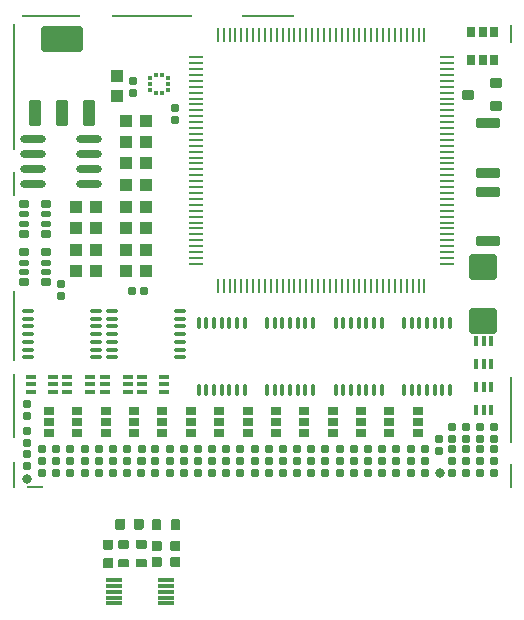
<source format=gtp>
G75*
G70*
%OFA0B0*%
%FSLAX25Y25*%
%IPPOS*%
%LPD*%
%AMOC8*
5,1,8,0,0,1.08239X$1,22.5*
%
%AMM1*
21,1,0.035430,0.030320,0.000000,0.000000,90.000000*
21,1,0.028350,0.037400,0.000000,0.000000,90.000000*
1,1,0.007090,0.015160,0.014170*
1,1,0.007090,0.015160,-0.014170*
1,1,0.007090,-0.015160,-0.014170*
1,1,0.007090,-0.015160,0.014170*
%
%AMM10*
21,1,0.025590,0.026380,0.000000,0.000000,90.000000*
21,1,0.020470,0.031500,0.000000,0.000000,90.000000*
1,1,0.005120,0.013190,0.010240*
1,1,0.005120,0.013190,-0.010240*
1,1,0.005120,-0.013190,-0.010240*
1,1,0.005120,-0.013190,0.010240*
%
%AMM11*
21,1,0.017720,0.027950,0.000000,0.000000,90.000000*
21,1,0.014170,0.031500,0.000000,0.000000,90.000000*
1,1,0.003540,0.013980,0.007090*
1,1,0.003540,0.013980,-0.007090*
1,1,0.003540,-0.013980,-0.007090*
1,1,0.003540,-0.013980,0.007090*
%
%AMM12*
21,1,0.031500,0.072440,0.000000,0.000000,90.000000*
21,1,0.025200,0.078740,0.000000,0.000000,90.000000*
1,1,0.006300,0.036220,0.012600*
1,1,0.006300,0.036220,-0.012600*
1,1,0.006300,-0.036220,-0.012600*
1,1,0.006300,-0.036220,0.012600*
%
%AMM13*
21,1,0.012600,0.028980,0.000000,0.000000,90.000000*
21,1,0.010080,0.031500,0.000000,0.000000,90.000000*
1,1,0.002520,0.014490,0.005040*
1,1,0.002520,0.014490,-0.005040*
1,1,0.002520,-0.014490,-0.005040*
1,1,0.002520,-0.014490,0.005040*
%
%AMM14*
21,1,0.012600,0.028980,0.000000,0.000000,180.000000*
21,1,0.010080,0.031500,0.000000,0.000000,180.000000*
1,1,0.002520,-0.005040,0.014490*
1,1,0.002520,0.005040,0.014490*
1,1,0.002520,0.005040,-0.014490*
1,1,0.002520,-0.005040,-0.014490*
%
%AMM15*
21,1,0.039370,0.035430,0.000000,0.000000,270.000000*
21,1,0.031500,0.043310,0.000000,0.000000,270.000000*
1,1,0.007870,-0.017720,-0.015750*
1,1,0.007870,-0.017720,0.015750*
1,1,0.007870,0.017720,0.015750*
1,1,0.007870,0.017720,-0.015750*
%
%AMM16*
21,1,0.027560,0.018900,0.000000,0.000000,90.000000*
21,1,0.022840,0.023620,0.000000,0.000000,90.000000*
1,1,0.004720,0.009450,0.011420*
1,1,0.004720,0.009450,-0.011420*
1,1,0.004720,-0.009450,-0.011420*
1,1,0.004720,-0.009450,0.011420*
%
%AMM2*
21,1,0.043310,0.075980,0.000000,0.000000,0.000000*
21,1,0.034650,0.084650,0.000000,0.000000,0.000000*
1,1,0.008660,0.017320,-0.037990*
1,1,0.008660,-0.017320,-0.037990*
1,1,0.008660,-0.017320,0.037990*
1,1,0.008660,0.017320,0.037990*
%
%AMM3*
21,1,0.043310,0.075990,0.000000,0.000000,0.000000*
21,1,0.034650,0.084650,0.000000,0.000000,0.000000*
1,1,0.008660,0.017320,-0.037990*
1,1,0.008660,-0.017320,-0.037990*
1,1,0.008660,-0.017320,0.037990*
1,1,0.008660,0.017320,0.037990*
%
%AMM4*
21,1,0.137800,0.067720,0.000000,0.000000,0.000000*
21,1,0.120870,0.084650,0.000000,0.000000,0.000000*
1,1,0.016930,0.060430,-0.033860*
1,1,0.016930,-0.060430,-0.033860*
1,1,0.016930,-0.060430,0.033860*
1,1,0.016930,0.060430,0.033860*
%
%AMM5*
21,1,0.039370,0.035430,0.000000,0.000000,0.000000*
21,1,0.031500,0.043310,0.000000,0.000000,0.000000*
1,1,0.007870,0.015750,-0.017720*
1,1,0.007870,-0.015750,-0.017720*
1,1,0.007870,-0.015750,0.017720*
1,1,0.007870,0.015750,0.017720*
%
%AMM6*
21,1,0.023620,0.030710,0.000000,0.000000,180.000000*
21,1,0.018900,0.035430,0.000000,0.000000,180.000000*
1,1,0.004720,-0.009450,0.015350*
1,1,0.004720,0.009450,0.015350*
1,1,0.004720,0.009450,-0.015350*
1,1,0.004720,-0.009450,-0.015350*
%
%AMM7*
21,1,0.027560,0.018900,0.000000,0.000000,180.000000*
21,1,0.022840,0.023620,0.000000,0.000000,180.000000*
1,1,0.004720,-0.011420,0.009450*
1,1,0.004720,0.011420,0.009450*
1,1,0.004720,0.011420,-0.009450*
1,1,0.004720,-0.011420,-0.009450*
%
%AMM8*
21,1,0.023620,0.030710,0.000000,0.000000,270.000000*
21,1,0.018900,0.035430,0.000000,0.000000,270.000000*
1,1,0.004720,-0.015350,-0.009450*
1,1,0.004720,-0.015350,0.009450*
1,1,0.004720,0.015350,0.009450*
1,1,0.004720,0.015350,-0.009450*
%
%AMM9*
21,1,0.086610,0.073230,0.000000,0.000000,90.000000*
21,1,0.069290,0.090550,0.000000,0.000000,90.000000*
1,1,0.017320,0.036610,0.034650*
1,1,0.017320,0.036610,-0.034650*
1,1,0.017320,-0.036610,-0.034650*
1,1,0.017320,-0.036610,0.034650*
%
%ADD16R,0.00787X0.09055*%
%ADD17R,0.00787X0.42126*%
%ADD18R,0.00787X0.08268*%
%ADD19R,0.00787X0.23622*%
%ADD20R,0.00787X0.21260*%
%ADD21R,0.05512X0.00787*%
%ADD22R,0.19685X0.00787*%
%ADD23R,0.26772X0.00787*%
%ADD24R,0.17717X0.00787*%
%ADD25R,0.00787X0.06299*%
%ADD26R,0.00787X0.22441*%
%ADD27R,0.00787X0.07874*%
%ADD30R,0.05512X0.01181*%
%ADD37O,0.00866X0.05118*%
%ADD38O,0.05118X0.00866*%
%ADD39M1*%
%ADD40M2*%
%ADD41M3*%
%ADD42M4*%
%ADD43M5*%
%ADD44M6*%
%ADD45M7*%
%ADD46M8*%
%ADD47M9*%
%ADD48C,0.03150*%
%ADD49M10*%
%ADD50M11*%
%ADD51M12*%
%ADD52O,0.01181X0.04331*%
%ADD53O,0.04331X0.01181*%
%ADD54M13*%
%ADD55O,0.08661X0.02362*%
%ADD56M14*%
%ADD57R,0.01476X0.01378*%
%ADD58R,0.01378X0.01476*%
%ADD59M15*%
%ADD60M16*%
X0000000Y0000000D02*
%LPD*%
G01*
D16*
X0037008Y0067520D03*
D17*
X0037008Y0196654D03*
D18*
X0037008Y0164370D03*
D19*
X0037008Y0116929D03*
D20*
X0037008Y0090551D03*
D21*
X0044095Y0063386D03*
D22*
X0049606Y0220472D03*
D23*
X0083071Y0220472D03*
D24*
X0121850Y0220472D03*
D25*
X0202756Y0214567D03*
D26*
X0202756Y0089173D03*
D27*
X0202756Y0066929D03*
X0036614Y0019488D02*
%LPD*%
G01*
D30*
X0070472Y0032480D03*
X0070472Y0030512D03*
X0070472Y0028543D03*
X0070472Y0026575D03*
X0070472Y0024606D03*
X0087795Y0024606D03*
X0087795Y0026575D03*
X0087795Y0028543D03*
X0087795Y0030512D03*
X0087795Y0032480D03*
G36*
G01*
X0077992Y0045669D02*
X0081063Y0045669D01*
G75*
G02*
X0081338Y0045394I0000000J-000276D01*
G01*
X0081338Y0043189D01*
G75*
G02*
X0081063Y0042913I-000276J0000000D01*
G01*
X0077992Y0042913D01*
G75*
G02*
X0077716Y0043189I0000000J0000276D01*
G01*
X0077716Y0045394D01*
G75*
G02*
X0077992Y0045669I0000276J0000000D01*
G01*
G37*
G36*
G01*
X0077992Y0039370D02*
X0081063Y0039370D01*
G75*
G02*
X0081338Y0039094I0000000J-000276D01*
G01*
X0081338Y0036890D01*
G75*
G02*
X0081063Y0036614I-000276J0000000D01*
G01*
X0077992Y0036614D01*
G75*
G02*
X0077716Y0036890I0000000J0000276D01*
G01*
X0077716Y0039094D01*
G75*
G02*
X0077992Y0039370I0000276J0000000D01*
G01*
G37*
G36*
G01*
X0092323Y0052323D02*
X0092323Y0049252D01*
G75*
G02*
X0092047Y0048976I-000276J0000000D01*
G01*
X0089842Y0048976D01*
G75*
G02*
X0089567Y0049252I0000000J0000276D01*
G01*
X0089567Y0052323D01*
G75*
G02*
X0089842Y0052598I0000276J0000000D01*
G01*
X0092047Y0052598D01*
G75*
G02*
X0092323Y0052323I0000000J-000276D01*
G01*
G37*
G36*
G01*
X0086023Y0052323D02*
X0086023Y0049252D01*
G75*
G02*
X0085748Y0048976I-000276J0000000D01*
G01*
X0083543Y0048976D01*
G75*
G02*
X0083268Y0049252I0000000J0000276D01*
G01*
X0083268Y0052323D01*
G75*
G02*
X0083543Y0052598I0000276J0000000D01*
G01*
X0085748Y0052598D01*
G75*
G02*
X0086023Y0052323I0000000J-000276D01*
G01*
G37*
G36*
G01*
X0072086Y0045669D02*
X0075157Y0045669D01*
G75*
G02*
X0075433Y0045394I0000000J-000276D01*
G01*
X0075433Y0043189D01*
G75*
G02*
X0075157Y0042913I-000276J0000000D01*
G01*
X0072086Y0042913D01*
G75*
G02*
X0071811Y0043189I0000000J0000276D01*
G01*
X0071811Y0045394D01*
G75*
G02*
X0072086Y0045669I0000276J0000000D01*
G01*
G37*
G36*
G01*
X0072086Y0039370D02*
X0075157Y0039370D01*
G75*
G02*
X0075433Y0039094I0000000J-000276D01*
G01*
X0075433Y0036890D01*
G75*
G02*
X0075157Y0036614I-000276J0000000D01*
G01*
X0072086Y0036614D01*
G75*
G02*
X0071811Y0036890I0000000J0000276D01*
G01*
X0071811Y0039094D01*
G75*
G02*
X0072086Y0039370I0000276J0000000D01*
G01*
G37*
G36*
G01*
X0080413Y0051993D02*
X0080413Y0049975D01*
G75*
G02*
X0079552Y0049114I-000861J0000000D01*
G01*
X0077830Y0049114D01*
G75*
G02*
X0076968Y0049975I0000000J0000861D01*
G01*
X0076968Y0051993D01*
G75*
G02*
X0077830Y0052854I0000861J0000000D01*
G01*
X0079552Y0052854D01*
G75*
G02*
X0080413Y0051993I0000000J-000861D01*
G01*
G37*
G36*
G01*
X0074212Y0051993D02*
X0074212Y0049975D01*
G75*
G02*
X0073351Y0049114I-000861J0000000D01*
G01*
X0071629Y0049114D01*
G75*
G02*
X0070768Y0049975I0000000J0000861D01*
G01*
X0070768Y0051993D01*
G75*
G02*
X0071629Y0052854I0000861J0000000D01*
G01*
X0073351Y0052854D01*
G75*
G02*
X0074212Y0051993I0000000J-000861D01*
G01*
G37*
G36*
G01*
X0086358Y0045031D02*
X0086358Y0042354D01*
G75*
G02*
X0086023Y0042019I-000335J0000000D01*
G01*
X0083346Y0042019D01*
G75*
G02*
X0083012Y0042354I0000000J0000335D01*
G01*
X0083012Y0045031D01*
G75*
G02*
X0083346Y0045366I0000335J0000000D01*
G01*
X0086023Y0045366D01*
G75*
G02*
X0086358Y0045031I0000000J-000335D01*
G01*
G37*
G36*
G01*
X0092579Y0045031D02*
X0092579Y0042354D01*
G75*
G02*
X0092244Y0042019I-000335J0000000D01*
G01*
X0089567Y0042019D01*
G75*
G02*
X0089232Y0042354I0000000J0000335D01*
G01*
X0089232Y0045031D01*
G75*
G02*
X0089567Y0045366I0000335J0000000D01*
G01*
X0092244Y0045366D01*
G75*
G02*
X0092579Y0045031I0000000J-000335D01*
G01*
G37*
G36*
G01*
X0092579Y0039724D02*
X0092579Y0037047D01*
G75*
G02*
X0092244Y0036712I-000335J0000000D01*
G01*
X0089567Y0036712D01*
G75*
G02*
X0089232Y0037047I0000000J0000335D01*
G01*
X0089232Y0039724D01*
G75*
G02*
X0089567Y0040059I0000335J0000000D01*
G01*
X0092244Y0040059D01*
G75*
G02*
X0092579Y0039724I0000000J-000335D01*
G01*
G37*
G36*
G01*
X0086358Y0039724D02*
X0086358Y0037047D01*
G75*
G02*
X0086023Y0036712I-000335J0000000D01*
G01*
X0083346Y0036712D01*
G75*
G02*
X0083012Y0037047I0000000J0000335D01*
G01*
X0083012Y0039724D01*
G75*
G02*
X0083346Y0040059I0000335J0000000D01*
G01*
X0086023Y0040059D01*
G75*
G02*
X0086358Y0039724I0000000J-000335D01*
G01*
G37*
G36*
G01*
X0067165Y0045925D02*
X0069842Y0045925D01*
G75*
G02*
X0070177Y0045590I0000000J-000335D01*
G01*
X0070177Y0042913D01*
G75*
G02*
X0069842Y0042579I-000335J0000000D01*
G01*
X0067165Y0042579D01*
G75*
G02*
X0066831Y0042913I0000000J0000335D01*
G01*
X0066831Y0045590D01*
G75*
G02*
X0067165Y0045925I0000335J0000000D01*
G01*
G37*
G36*
G01*
X0067165Y0039705D02*
X0069842Y0039705D01*
G75*
G02*
X0070177Y0039370I0000000J-000335D01*
G01*
X0070177Y0036693D01*
G75*
G02*
X0069842Y0036358I-000335J0000000D01*
G01*
X0067165Y0036358D01*
G75*
G02*
X0066831Y0036693I0000000J0000335D01*
G01*
X0066831Y0039370D01*
G75*
G02*
X0067165Y0039705I0000335J0000000D01*
G01*
G37*
X0036614Y0062992D02*
G01*
G75*
D20*
X0037008Y0090551D02*
D03*
D16*
X0037008Y0067520D02*
D03*
D19*
X0037008Y0116929D02*
D03*
D27*
X0202756Y0066929D02*
D03*
D18*
X0037008Y0164370D02*
D03*
D17*
X0037008Y0196653D02*
D03*
D22*
X0049606Y0220472D02*
D03*
D23*
X0083071Y0220472D02*
D03*
D24*
X0121850Y0220472D02*
D03*
D26*
X0202756Y0089173D02*
D03*
D25*
X0202756Y0214567D02*
D03*
D21*
X0044094Y0063386D02*
D03*
D37*
X0105019Y0214075D02*
D03*
X0106988Y0214075D02*
D03*
X0108956Y0214075D02*
D03*
X0110925Y0214075D02*
D03*
X0112893Y0214075D02*
D03*
X0114862Y0214075D02*
D03*
X0116830Y0214075D02*
D03*
X0118799Y0214075D02*
D03*
X0120767Y0214075D02*
D03*
X0122736Y0214075D02*
D03*
X0124704Y0214075D02*
D03*
X0126673Y0214075D02*
D03*
X0128642Y0214075D02*
D03*
X0130610Y0214075D02*
D03*
X0132579Y0214075D02*
D03*
X0134547Y0214075D02*
D03*
X0136516Y0214075D02*
D03*
X0138484Y0214075D02*
D03*
X0140453Y0214075D02*
D03*
X0142421Y0214075D02*
D03*
X0144390Y0214075D02*
D03*
X0146358Y0214075D02*
D03*
X0148327Y0214075D02*
D03*
X0150295Y0214075D02*
D03*
X0152264Y0214075D02*
D03*
X0154232Y0214075D02*
D03*
X0156201Y0214075D02*
D03*
X0158169Y0214075D02*
D03*
X0160138Y0214075D02*
D03*
X0162106Y0214075D02*
D03*
X0164075Y0214075D02*
D03*
X0166043Y0214075D02*
D03*
X0168012Y0214075D02*
D03*
X0169980Y0214075D02*
D03*
X0171949Y0214075D02*
D03*
X0173917Y0214075D02*
D03*
X0173917Y0130413D02*
D03*
X0171949Y0130413D02*
D03*
X0169980Y0130413D02*
D03*
X0168012Y0130413D02*
D03*
X0166043Y0130413D02*
D03*
X0164075Y0130413D02*
D03*
X0162106Y0130413D02*
D03*
X0160138Y0130413D02*
D03*
X0158169Y0130413D02*
D03*
X0156201Y0130413D02*
D03*
X0154232Y0130413D02*
D03*
X0152264Y0130413D02*
D03*
X0150295Y0130413D02*
D03*
X0148327Y0130413D02*
D03*
X0146358Y0130413D02*
D03*
X0144390Y0130413D02*
D03*
X0142421Y0130413D02*
D03*
X0140453Y0130413D02*
D03*
X0138484Y0130413D02*
D03*
X0136516Y0130413D02*
D03*
X0134547Y0130413D02*
D03*
X0132579Y0130413D02*
D03*
X0130610Y0130413D02*
D03*
X0128642Y0130413D02*
D03*
X0126673Y0130413D02*
D03*
X0124704Y0130413D02*
D03*
X0122736Y0130413D02*
D03*
X0120767Y0130413D02*
D03*
X0118799Y0130413D02*
D03*
X0116830Y0130413D02*
D03*
X0114862Y0130413D02*
D03*
X0112893Y0130413D02*
D03*
X0110925Y0130413D02*
D03*
X0108956Y0130413D02*
D03*
X0106988Y0130413D02*
D03*
X0105019Y0130413D02*
D03*
D38*
X0181299Y0206693D02*
D03*
X0181299Y0204724D02*
D03*
X0181299Y0202756D02*
D03*
X0181299Y0200787D02*
D03*
X0181299Y0198819D02*
D03*
X0181299Y0196850D02*
D03*
X0181299Y0194882D02*
D03*
X0181299Y0192913D02*
D03*
X0181299Y0190945D02*
D03*
X0181299Y0188976D02*
D03*
X0181299Y0187008D02*
D03*
X0181299Y0185039D02*
D03*
X0181299Y0183071D02*
D03*
X0181299Y0181102D02*
D03*
X0181299Y0179134D02*
D03*
X0181299Y0177165D02*
D03*
X0181299Y0175197D02*
D03*
X0181299Y0173228D02*
D03*
X0181299Y0171260D02*
D03*
X0181299Y0169291D02*
D03*
X0181299Y0167323D02*
D03*
X0181299Y0165354D02*
D03*
X0181299Y0163386D02*
D03*
X0181299Y0161417D02*
D03*
X0181299Y0159449D02*
D03*
X0181299Y0157480D02*
D03*
X0181299Y0155512D02*
D03*
X0181299Y0153543D02*
D03*
X0181299Y0151575D02*
D03*
X0181299Y0149606D02*
D03*
X0181299Y0147638D02*
D03*
X0181299Y0145669D02*
D03*
X0181299Y0143701D02*
D03*
X0181299Y0141732D02*
D03*
X0181299Y0139764D02*
D03*
X0181299Y0137795D02*
D03*
X0097638Y0137795D02*
D03*
X0097638Y0139764D02*
D03*
X0097638Y0141732D02*
D03*
X0097638Y0143701D02*
D03*
X0097638Y0145669D02*
D03*
X0097638Y0147638D02*
D03*
X0097638Y0149606D02*
D03*
X0097638Y0151575D02*
D03*
X0097638Y0153543D02*
D03*
X0097638Y0155512D02*
D03*
X0097638Y0157480D02*
D03*
X0097638Y0159449D02*
D03*
X0097638Y0161417D02*
D03*
X0097638Y0163386D02*
D03*
X0097638Y0165354D02*
D03*
X0097638Y0167323D02*
D03*
X0097638Y0169291D02*
D03*
X0097638Y0171260D02*
D03*
X0097638Y0173228D02*
D03*
X0097638Y0175197D02*
D03*
X0097638Y0177165D02*
D03*
X0097638Y0179134D02*
D03*
X0097638Y0181102D02*
D03*
X0097638Y0183071D02*
D03*
X0097638Y0185039D02*
D03*
X0097638Y0187008D02*
D03*
X0097638Y0188976D02*
D03*
X0097638Y0190945D02*
D03*
X0097638Y0192913D02*
D03*
X0097638Y0194882D02*
D03*
X0097638Y0196850D02*
D03*
X0097638Y0198819D02*
D03*
X0097638Y0200787D02*
D03*
X0097638Y0202756D02*
D03*
X0097638Y0204724D02*
D03*
X0097638Y0206693D02*
D03*
D39*
X0197644Y0190504D02*
D03*
X0188392Y0194244D02*
D03*
D39*
X0197644Y0197984D02*
D03*
D40*
X0044094Y0188189D02*
D03*
X0062205Y0188189D02*
D03*
D41*
X0053149Y0188189D02*
D03*
D42*
X0053149Y0212598D02*
D03*
D43*
X0074409Y0164173D02*
D03*
X0081102Y0164173D02*
D03*
X0081102Y0171260D02*
D03*
X0074409Y0171260D02*
D03*
X0074409Y0178346D02*
D03*
X0081102Y0178346D02*
D03*
X0081102Y0185433D02*
D03*
X0074409Y0185433D02*
D03*
X0064567Y0156693D02*
D03*
X0057874Y0156693D02*
D03*
X0081102Y0156693D02*
D03*
X0074409Y0156693D02*
D03*
X0064567Y0149606D02*
D03*
X0057874Y0149606D02*
D03*
X0081102Y0149606D02*
D03*
X0074409Y0149606D02*
D03*
X0064567Y0142520D02*
D03*
X0057874Y0142520D02*
D03*
X0081102Y0142520D02*
D03*
X0074409Y0142520D02*
D03*
X0057874Y0135433D02*
D03*
X0064567Y0135433D02*
D03*
X0081102Y0135433D02*
D03*
X0074409Y0135433D02*
D03*
D44*
X0197045Y0215131D02*
D03*
X0193305Y0215131D02*
D03*
X0189564Y0215131D02*
D03*
X0189564Y0205682D02*
D03*
X0193305Y0205682D02*
D03*
X0197045Y0205682D02*
D03*
D45*
X0041338Y0070472D02*
D03*
X0041338Y0074409D02*
D03*
X0187795Y0083464D02*
D03*
X0187795Y0079527D02*
D03*
X0084252Y0072047D02*
D03*
X0084252Y0068110D02*
D03*
X0098425Y0072047D02*
D03*
X0098425Y0068110D02*
D03*
X0117323Y0075984D02*
D03*
X0117323Y0072047D02*
D03*
X0117323Y0068110D02*
D03*
X0117323Y0072047D02*
D03*
X0126772Y0072047D02*
D03*
X0126772Y0075984D02*
D03*
X0126772Y0072047D02*
D03*
X0126772Y0068110D02*
D03*
X0150394Y0075984D02*
D03*
X0150394Y0072047D02*
D03*
X0174016Y0072047D02*
D03*
X0174016Y0075984D02*
D03*
X0174016Y0072047D02*
D03*
X0174016Y0068110D02*
D03*
X0090650Y0185827D02*
D03*
X0090650Y0189764D02*
D03*
X0178740Y0075590D02*
D03*
X0178740Y0079527D02*
D03*
X0041338Y0091142D02*
D03*
X0041338Y0087205D02*
D03*
X0052756Y0127165D02*
D03*
X0052756Y0131102D02*
D03*
X0197244Y0079527D02*
D03*
X0197244Y0083464D02*
D03*
X0192519Y0079527D02*
D03*
X0192519Y0083464D02*
D03*
X0183071Y0079527D02*
D03*
X0183071Y0083464D02*
D03*
X0046457Y0072047D02*
D03*
X0046457Y0075984D02*
D03*
X0051181Y0072047D02*
D03*
X0051181Y0075984D02*
D03*
X0055905Y0072047D02*
D03*
X0055905Y0075984D02*
D03*
X0060630Y0072047D02*
D03*
X0060630Y0075984D02*
D03*
X0046457Y0072047D02*
D03*
X0046457Y0068110D02*
D03*
X0051181Y0072047D02*
D03*
X0051181Y0068110D02*
D03*
X0055905Y0072047D02*
D03*
X0055905Y0068110D02*
D03*
X0060630Y0072047D02*
D03*
X0060630Y0068110D02*
D03*
X0065354Y0072047D02*
D03*
X0065354Y0075984D02*
D03*
X0070079Y0072047D02*
D03*
X0070079Y0075984D02*
D03*
X0074803Y0072047D02*
D03*
X0074803Y0075984D02*
D03*
X0079645Y0072047D02*
D03*
X0079645Y0075984D02*
D03*
X0065354Y0072047D02*
D03*
X0065354Y0068110D02*
D03*
X0070079Y0072047D02*
D03*
X0070079Y0068110D02*
D03*
X0074803Y0072047D02*
D03*
X0074803Y0068110D02*
D03*
X0079527Y0072047D02*
D03*
X0079527Y0068110D02*
D03*
X0084252Y0072047D02*
D03*
X0084252Y0075984D02*
D03*
X0088976Y0072047D02*
D03*
X0088976Y0075984D02*
D03*
X0093701Y0072047D02*
D03*
X0093701Y0075984D02*
D03*
X0098425Y0072047D02*
D03*
X0098425Y0075984D02*
D03*
X0088976Y0072047D02*
D03*
X0088976Y0068110D02*
D03*
X0093701Y0072047D02*
D03*
X0093701Y0068110D02*
D03*
X0103150Y0075984D02*
D03*
X0103150Y0072047D02*
D03*
X0107874Y0075984D02*
D03*
X0107874Y0072047D02*
D03*
X0112598Y0075984D02*
D03*
X0112598Y0072047D02*
D03*
X0103150Y0068110D02*
D03*
X0103150Y0072047D02*
D03*
X0107874Y0068110D02*
D03*
X0107874Y0072047D02*
D03*
X0112598Y0068110D02*
D03*
X0112598Y0072047D02*
D03*
X0122047Y0072047D02*
D03*
X0122047Y0075984D02*
D03*
X0131496Y0072047D02*
D03*
X0131496Y0075984D02*
D03*
X0136220Y0072047D02*
D03*
X0136220Y0075984D02*
D03*
X0122047Y0072047D02*
D03*
X0122047Y0068110D02*
D03*
X0131496Y0072047D02*
D03*
X0131496Y0068110D02*
D03*
X0136220Y0072047D02*
D03*
X0136220Y0068110D02*
D03*
X0140945Y0075984D02*
D03*
X0140945Y0072047D02*
D03*
X0145669Y0075984D02*
D03*
X0145669Y0072047D02*
D03*
X0155118Y0075984D02*
D03*
X0155118Y0072047D02*
D03*
X0140945Y0068110D02*
D03*
X0140945Y0072047D02*
D03*
X0145669Y0068110D02*
D03*
X0145669Y0072047D02*
D03*
X0150394Y0068110D02*
D03*
X0150394Y0072047D02*
D03*
X0155118Y0068110D02*
D03*
X0155118Y0072047D02*
D03*
X0159842Y0072047D02*
D03*
X0159842Y0075984D02*
D03*
X0164567Y0072047D02*
D03*
X0164567Y0075984D02*
D03*
X0169291Y0072047D02*
D03*
X0169291Y0075984D02*
D03*
X0159842Y0072047D02*
D03*
X0159842Y0068110D02*
D03*
X0164567Y0072047D02*
D03*
X0164567Y0068110D02*
D03*
X0169291Y0072047D02*
D03*
X0169291Y0068110D02*
D03*
X0183071Y0075984D02*
D03*
X0183071Y0072047D02*
D03*
X0187795Y0075984D02*
D03*
X0187795Y0072047D02*
D03*
X0192519Y0075984D02*
D03*
X0192519Y0072047D02*
D03*
X0197244Y0075984D02*
D03*
X0197244Y0072047D02*
D03*
X0183071Y0068110D02*
D03*
X0183071Y0072047D02*
D03*
X0187795Y0068110D02*
D03*
X0187795Y0072047D02*
D03*
X0192519Y0068110D02*
D03*
X0192519Y0072047D02*
D03*
X0197244Y0068110D02*
D03*
X0197244Y0072047D02*
D03*
X0041338Y0082086D02*
D03*
X0041338Y0078149D02*
D03*
X0076771Y0194882D02*
D03*
X0076771Y0198819D02*
D03*
D46*
X0096063Y0088779D02*
D03*
X0096063Y0085039D02*
D03*
X0096063Y0081299D02*
D03*
X0086614Y0081299D02*
D03*
X0086614Y0085039D02*
D03*
X0086614Y0088779D02*
D03*
X0058268Y0088779D02*
D03*
X0058268Y0085039D02*
D03*
X0058268Y0081299D02*
D03*
X0048819Y0081299D02*
D03*
X0048819Y0085039D02*
D03*
X0048819Y0088779D02*
D03*
X0077165Y0088779D02*
D03*
X0077165Y0085039D02*
D03*
X0077165Y0081299D02*
D03*
X0067716Y0081299D02*
D03*
X0067716Y0085039D02*
D03*
X0067716Y0088779D02*
D03*
X0114961Y0088779D02*
D03*
X0114961Y0085039D02*
D03*
X0114961Y0081299D02*
D03*
X0105512Y0081299D02*
D03*
X0105512Y0085039D02*
D03*
X0105512Y0088779D02*
D03*
X0133858Y0088779D02*
D03*
X0133858Y0085039D02*
D03*
X0133858Y0081299D02*
D03*
X0124409Y0081299D02*
D03*
X0124409Y0085039D02*
D03*
X0124409Y0088779D02*
D03*
X0152756Y0088779D02*
D03*
X0152756Y0085039D02*
D03*
X0152756Y0081299D02*
D03*
X0143307Y0081299D02*
D03*
X0143307Y0085039D02*
D03*
X0143307Y0088779D02*
D03*
X0171653Y0088779D02*
D03*
X0171653Y0085039D02*
D03*
X0171653Y0081299D02*
D03*
X0162205Y0081299D02*
D03*
X0162205Y0085039D02*
D03*
X0162205Y0088779D02*
D03*
D47*
X0193307Y0118897D02*
D03*
X0193307Y0136614D02*
D03*
D48*
X0179016Y0068110D02*
D03*
X0041338Y0066142D02*
D03*
D49*
X0047638Y0141634D02*
D03*
X0040551Y0141634D02*
D03*
X0040551Y0131594D02*
D03*
X0047638Y0131594D02*
D03*
X0047638Y0147736D02*
D03*
X0040551Y0147736D02*
D03*
X0040551Y0157776D02*
D03*
X0047638Y0157776D02*
D03*
D50*
X0040551Y0135039D02*
D03*
X0040551Y0138189D02*
D03*
X0047638Y0138189D02*
D03*
X0047638Y0135039D02*
D03*
X0047638Y0151181D02*
D03*
X0047638Y0154331D02*
D03*
X0040551Y0154331D02*
D03*
X0040551Y0151181D02*
D03*
D51*
X0195275Y0184645D02*
D03*
X0195275Y0168110D02*
D03*
X0195275Y0145276D02*
D03*
X0195275Y0161811D02*
D03*
D52*
X0182480Y0118110D02*
D03*
X0179921Y0118110D02*
D03*
X0177362Y0118110D02*
D03*
X0174803Y0118110D02*
D03*
X0172244Y0118110D02*
D03*
X0169685Y0118110D02*
D03*
X0167126Y0118110D02*
D03*
X0182480Y0095669D02*
D03*
X0179921Y0095669D02*
D03*
X0177362Y0095669D02*
D03*
X0174803Y0095669D02*
D03*
X0172244Y0095669D02*
D03*
X0169685Y0095669D02*
D03*
X0167126Y0095669D02*
D03*
X0113976Y0118110D02*
D03*
X0111417Y0118110D02*
D03*
X0108858Y0118110D02*
D03*
X0106299Y0118110D02*
D03*
X0103740Y0118110D02*
D03*
X0101181Y0118110D02*
D03*
X0098622Y0118110D02*
D03*
X0113976Y0095669D02*
D03*
X0111417Y0095669D02*
D03*
X0108858Y0095669D02*
D03*
X0106299Y0095669D02*
D03*
X0103740Y0095669D02*
D03*
X0101181Y0095669D02*
D03*
X0098622Y0095669D02*
D03*
X0136811Y0118110D02*
D03*
X0134252Y0118110D02*
D03*
X0131693Y0118110D02*
D03*
X0129134Y0118110D02*
D03*
X0126575Y0118110D02*
D03*
X0124016Y0118110D02*
D03*
X0121457Y0118110D02*
D03*
X0136811Y0095669D02*
D03*
X0134252Y0095669D02*
D03*
X0131693Y0095669D02*
D03*
X0129134Y0095669D02*
D03*
X0126575Y0095669D02*
D03*
X0124016Y0095669D02*
D03*
X0121457Y0095669D02*
D03*
X0159645Y0118110D02*
D03*
X0157086Y0118110D02*
D03*
X0154527Y0118110D02*
D03*
X0151968Y0118110D02*
D03*
X0149409Y0118110D02*
D03*
X0146850Y0118110D02*
D03*
X0144291Y0118110D02*
D03*
X0159645Y0095669D02*
D03*
X0157086Y0095669D02*
D03*
X0154527Y0095669D02*
D03*
X0151968Y0095669D02*
D03*
X0149409Y0095669D02*
D03*
X0146850Y0095669D02*
D03*
X0144291Y0095669D02*
D03*
D53*
X0092323Y0106693D02*
D03*
X0092323Y0109252D02*
D03*
X0092323Y0111811D02*
D03*
X0092323Y0114370D02*
D03*
X0092323Y0116929D02*
D03*
X0092323Y0119488D02*
D03*
X0092323Y0122047D02*
D03*
X0069882Y0106693D02*
D03*
X0069882Y0109252D02*
D03*
X0069882Y0111811D02*
D03*
X0069882Y0114370D02*
D03*
X0069882Y0116929D02*
D03*
X0069882Y0119488D02*
D03*
X0069882Y0122047D02*
D03*
X0064370Y0106693D02*
D03*
X0064370Y0109252D02*
D03*
X0064370Y0111811D02*
D03*
X0064370Y0114370D02*
D03*
X0064370Y0116929D02*
D03*
X0064370Y0119488D02*
D03*
X0064370Y0122047D02*
D03*
X0041929Y0106693D02*
D03*
X0041929Y0109252D02*
D03*
X0041929Y0111811D02*
D03*
X0041929Y0114370D02*
D03*
X0041929Y0116929D02*
D03*
X0041929Y0119488D02*
D03*
X0041929Y0122047D02*
D03*
D54*
X0075000Y0095079D02*
D03*
X0075000Y0097638D02*
D03*
X0075000Y0100197D02*
D03*
X0067520Y0095079D02*
D03*
X0067520Y0097638D02*
D03*
X0067520Y0100197D02*
D03*
X0054921Y0100197D02*
D03*
X0054921Y0097638D02*
D03*
X0054921Y0095079D02*
D03*
X0062401Y0100197D02*
D03*
X0062401Y0097638D02*
D03*
X0062401Y0095079D02*
D03*
X0050197Y0095079D02*
D03*
X0050197Y0097638D02*
D03*
X0050197Y0100197D02*
D03*
X0042716Y0095079D02*
D03*
X0042716Y0097638D02*
D03*
X0042716Y0100197D02*
D03*
X0079724Y0100197D02*
D03*
X0079724Y0097638D02*
D03*
X0079724Y0095079D02*
D03*
X0087205Y0100197D02*
D03*
X0087205Y0097638D02*
D03*
X0087205Y0095079D02*
D03*
D55*
X0043307Y0179549D02*
D03*
X0043307Y0174549D02*
D03*
X0043307Y0169549D02*
D03*
X0043307Y0164549D02*
D03*
X0062205Y0179549D02*
D03*
X0062205Y0174549D02*
D03*
X0062205Y0169549D02*
D03*
X0062205Y0164549D02*
D03*
D56*
X0196260Y0112008D02*
D03*
X0193701Y0112008D02*
D03*
X0191142Y0112008D02*
D03*
X0196260Y0104527D02*
D03*
X0193701Y0104527D02*
D03*
X0191142Y0104527D02*
D03*
X0196260Y0096653D02*
D03*
X0193701Y0096653D02*
D03*
X0191142Y0096653D02*
D03*
X0196260Y0089173D02*
D03*
X0193701Y0089173D02*
D03*
X0191142Y0089173D02*
D03*
D57*
X0082431Y0195669D02*
D03*
X0082431Y0197638D02*
D03*
X0082431Y0199606D02*
D03*
X0088435Y0199606D02*
D03*
X0088435Y0197638D02*
D03*
X0088435Y0195669D02*
D03*
D58*
X0084449Y0200640D02*
D03*
X0086417Y0200640D02*
D03*
X0086417Y0194636D02*
D03*
X0084449Y0194636D02*
D03*
D59*
X0071555Y0193701D02*
D03*
X0071555Y0200394D02*
D03*
D60*
X0080315Y0128740D02*
D03*
X0076378Y0128740D02*
D03*
M02*

</source>
